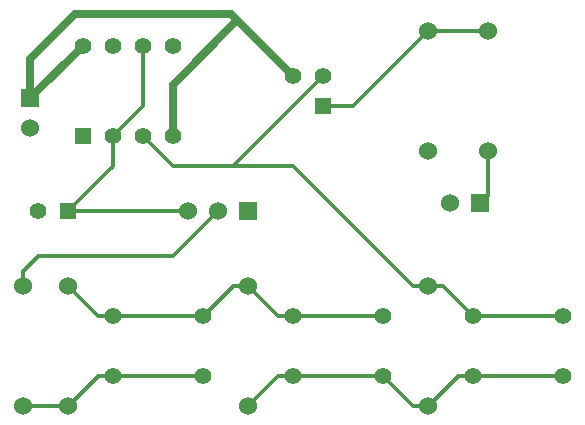
<source format=gtl>
G04 (created by PCBNEW (22-Jun-2014 BZR 4027)-stable) date Fri 01 Jan 2016 12:19:58 PM EST*
%MOIN*%
G04 Gerber Fmt 3.4, Leading zero omitted, Abs format*
%FSLAX34Y34*%
G01*
G70*
G90*
G04 APERTURE LIST*
%ADD10C,0.00590551*%
%ADD11R,0.055X0.055*%
%ADD12C,0.055*%
%ADD13C,0.06*%
%ADD14R,0.06X0.06*%
%ADD15C,0.011811*%
%ADD16C,0.01*%
%ADD17C,0.0275591*%
G04 APERTURE END LIST*
G54D10*
G54D11*
X57500Y-37500D03*
G54D12*
X57500Y-36500D03*
X56500Y-36500D03*
X65500Y-44500D03*
X65500Y-46500D03*
X62500Y-44500D03*
X62500Y-46500D03*
X56500Y-46500D03*
X56500Y-44500D03*
X59500Y-46500D03*
X59500Y-44500D03*
X53500Y-44500D03*
X53500Y-46500D03*
X50500Y-44500D03*
X50500Y-46500D03*
G54D13*
X61000Y-43500D03*
X61000Y-47500D03*
X55000Y-47500D03*
X55000Y-43500D03*
X49000Y-43500D03*
X49000Y-47500D03*
X47500Y-47500D03*
X47500Y-43500D03*
X61000Y-39000D03*
X61000Y-35000D03*
X63000Y-35000D03*
X63000Y-39000D03*
G54D14*
X55000Y-41000D03*
G54D13*
X54000Y-41000D03*
X53000Y-41000D03*
G54D14*
X62750Y-40750D03*
G54D13*
X61750Y-40750D03*
G54D14*
X47750Y-37250D03*
G54D13*
X47750Y-38250D03*
G54D11*
X49500Y-38500D03*
G54D12*
X50500Y-38500D03*
X51500Y-38500D03*
X52500Y-38500D03*
X52500Y-35500D03*
X51500Y-35500D03*
X50500Y-35500D03*
X49500Y-35500D03*
G54D11*
X49000Y-41000D03*
G54D12*
X48000Y-41000D03*
G54D15*
X63000Y-39000D02*
X63000Y-40500D01*
X63000Y-40500D02*
X62750Y-40750D01*
G54D16*
X63000Y-40500D02*
X62750Y-40750D01*
G54D15*
X54000Y-41000D02*
X52500Y-42500D01*
X52500Y-42500D02*
X48000Y-42500D01*
X48000Y-42500D02*
X47500Y-43000D01*
X47500Y-43000D02*
X47500Y-43500D01*
G54D16*
X47500Y-43500D02*
X47500Y-43000D01*
X47500Y-43000D02*
X48000Y-42500D01*
G54D15*
X47500Y-47500D02*
X49000Y-47500D01*
X49000Y-47500D02*
X50000Y-46500D01*
X50000Y-46500D02*
X53500Y-46500D01*
G54D16*
X50500Y-46500D02*
X50000Y-46500D01*
X50000Y-46500D02*
X49000Y-47500D01*
G54D15*
X49000Y-43500D02*
X50000Y-44500D01*
X50000Y-44500D02*
X50500Y-44500D01*
X50500Y-44500D02*
X53500Y-44500D01*
X53500Y-44500D02*
X54500Y-43500D01*
X54500Y-43500D02*
X55000Y-43500D01*
X55000Y-43500D02*
X56000Y-44500D01*
X56000Y-44500D02*
X56500Y-44500D01*
X56500Y-44500D02*
X59500Y-44500D01*
G54D16*
X50500Y-44500D02*
X50000Y-44500D01*
X56500Y-44500D02*
X56000Y-44500D01*
X56000Y-44500D02*
X55000Y-43500D01*
X55000Y-43500D02*
X54500Y-43500D01*
X54500Y-43500D02*
X53500Y-44500D01*
G54D15*
X56500Y-39500D02*
X54500Y-39500D01*
X65500Y-44500D02*
X62500Y-44500D01*
X62500Y-44500D02*
X61500Y-43500D01*
X61500Y-43500D02*
X60500Y-43500D01*
X60500Y-43500D02*
X56500Y-39500D01*
X57500Y-36500D02*
X54500Y-39500D01*
X54500Y-39500D02*
X52500Y-39500D01*
X52500Y-39500D02*
X51500Y-38500D01*
G54D16*
X51500Y-38500D02*
X52500Y-39500D01*
X61000Y-43500D02*
X61500Y-43500D01*
X61500Y-43500D02*
X62500Y-44500D01*
X56500Y-39500D02*
X60500Y-43500D01*
X60500Y-43500D02*
X61000Y-43500D01*
G54D15*
X50500Y-38500D02*
X50500Y-39500D01*
X50500Y-39500D02*
X49000Y-41000D01*
X49000Y-41000D02*
X53000Y-41000D01*
X50500Y-38500D02*
X51500Y-37500D01*
X51500Y-37500D02*
X51500Y-35500D01*
G54D16*
X50500Y-39500D02*
X49750Y-40250D01*
X49750Y-40250D02*
X49000Y-41000D01*
G54D15*
X57500Y-37500D02*
X58500Y-37500D01*
X58500Y-37500D02*
X61000Y-35000D01*
X61000Y-35000D02*
X63000Y-35000D01*
G54D16*
X61000Y-35000D02*
X63000Y-35000D01*
G54D15*
X55000Y-47500D02*
X56000Y-46500D01*
X56000Y-46500D02*
X56500Y-46500D01*
X56500Y-46500D02*
X59500Y-46500D01*
X59500Y-46500D02*
X60500Y-47500D01*
X60500Y-47500D02*
X61000Y-47500D01*
X61000Y-47500D02*
X62000Y-46500D01*
X62000Y-46500D02*
X65500Y-46500D01*
G54D16*
X56500Y-46500D02*
X56000Y-46500D01*
X61000Y-47500D02*
X60500Y-47500D01*
X60500Y-47500D02*
X59500Y-46500D01*
X62500Y-46500D02*
X62000Y-46500D01*
X62000Y-46500D02*
X61000Y-47500D01*
G54D17*
X52500Y-38500D02*
X52500Y-36800D01*
X52500Y-36800D02*
X54650Y-34650D01*
X47750Y-37250D02*
X47750Y-35950D01*
X54450Y-34450D02*
X54650Y-34650D01*
X54650Y-34650D02*
X56500Y-36500D01*
X49250Y-34450D02*
X54450Y-34450D01*
X47750Y-35950D02*
X49250Y-34450D01*
X47750Y-37250D02*
X49500Y-35500D01*
M02*

</source>
